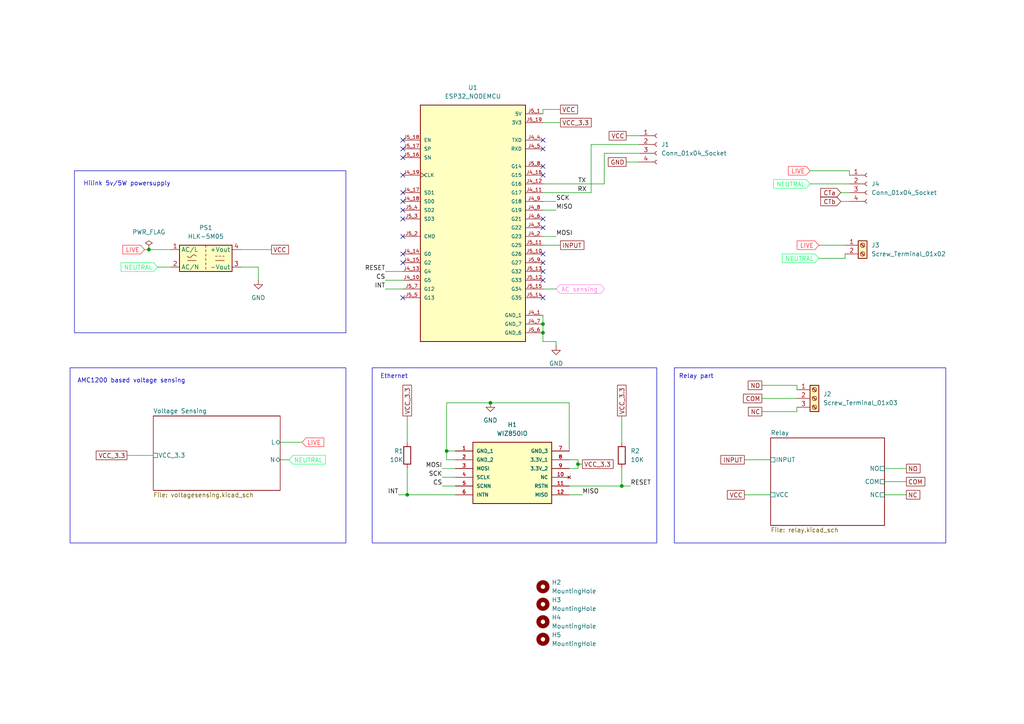
<source format=kicad_sch>
(kicad_sch (version 20250114) (generator "eeschema") (generator_version "9.0")
  (paper "A4")
  (title_block (title "${project_name}") (date "2025-08-04") (rev "1"))
  (lib_symbols
    (symbol "Connector:Conn_01x04_Socket" (pin_names (offset 1.016) (hide yes))
      (property "Reference" "J" (at 0 5.08 0))
      (property "Value" "Conn_01x04_Socket" (at 0 -7.62 0))
      (symbol "Conn_01x04_Socket_1_1"
        (polyline (pts (xy -1.27 2.54) (xy -0.508 2.54)) (stroke (width 0.1524)))
        (polyline (pts (xy -1.27 0) (xy -0.508 0)) (stroke (width 0.1524)))
        (polyline (pts (xy -1.27 -2.54) (xy -0.508 -2.54)) (stroke (width 0.1524)))
        (polyline (pts (xy -1.27 -5.08) (xy -0.508 -5.08)) (stroke (width 0.1524)))
        (arc (start 0 2.032) (mid -0.5058 2.54) (end 0 3.048) (stroke (width 0.1524)))
        (arc (start 0 -0.508) (mid -0.5058 0) (end 0 0.508) (stroke (width 0.1524)))
        (arc (start 0 -3.048) (mid -0.5058 -2.54) (end 0 -2.032) (stroke (width 0.1524)))
        (arc (start 0 -5.588) (mid -0.5058 -5.08) (end 0 -4.572) (stroke (width 0.1524)))
        (pin passive line (at -5.08 2.54 0) (length 3.81) (name "Pin_1") (number "1"))
        (pin passive line (at -5.08 0 0) (length 3.81) (name "Pin_2") (number "2"))
        (pin passive line (at -5.08 -2.54 0) (length 3.81) (name "Pin_3") (number "3"))
        (pin passive line (at -5.08 -5.08 0) (length 3.81) (name "Pin_4") (number "4"))
      )
    )
    (symbol "Connector:Screw_Terminal_01x02" (pin_names (offset 1.016) (hide yes))
      (property "Reference" "J" (at 0 2.54 0))
      (property "Value" "Screw_Terminal_01x02" (at 0 -5.08 0))
      (symbol "Screw_Terminal_01x02_1_1"
        (rectangle (start -1.27 1.27) (end 1.27 -3.81) (stroke (width 0.254)) (fill (type background)))
        (polyline (pts (xy -0.5334 0.3302) (xy 0.3302 -0.508)) (stroke (width 0.1524)))
        (polyline (pts (xy -0.5334 -2.2098) (xy 0.3302 -3.048)) (stroke (width 0.1524)))
        (polyline (pts (xy -0.3556 0.508) (xy 0.508 -0.3302)) (stroke (width 0.1524)))
        (polyline (pts (xy -0.3556 -2.032) (xy 0.508 -2.8702)) (stroke (width 0.1524)))
        (circle (center 0 0) (radius 0.635) (stroke (width 0.1524)))
        (circle (center 0 -2.54) (radius 0.635) (stroke (width 0.1524)))
        (pin passive line (at -5.08 0 0) (length 3.81) (name "Pin_1") (number "1"))
        (pin passive line (at -5.08 -2.54 0) (length 3.81) (name "Pin_2") (number "2"))
      )
    )
    (symbol "Connector:Screw_Terminal_01x03" (pin_names (offset 1.016) (hide yes))
      (property "Reference" "J" (at 0 5.08 0))
      (property "Value" "Screw_Terminal_01x03" (at 0 -5.08 0))
      (symbol "Screw_Terminal_01x03_1_1"
        (rectangle (start -1.27 3.81) (end 1.27 -3.81) (stroke (width 0.254)) (fill (type background)))
        (polyline (pts (xy -0.5334 2.8702) (xy 0.3302 2.032)) (stroke (width 0.1524)))
        (polyline (pts (xy -0.5334 0.3302) (xy 0.3302 -0.508)) (stroke (width 0.1524)))
        (polyline (pts (xy -0.5334 -2.2098) (xy 0.3302 -3.048)) (stroke (width 0.1524)))
        (polyline (pts (xy -0.3556 3.048) (xy 0.508 2.2098)) (stroke (width 0.1524)))
        (polyline (pts (xy -0.3556 0.508) (xy 0.508 -0.3302)) (stroke (width 0.1524)))
        (polyline (pts (xy -0.3556 -2.032) (xy 0.508 -2.8702)) (stroke (width 0.1524)))
        (circle (center 0 2.54) (radius 0.635) (stroke (width 0.1524)))
        (circle (center 0 0) (radius 0.635) (stroke (width 0.1524)))
        (circle (center 0 -2.54) (radius 0.635) (stroke (width 0.1524)))
        (pin passive line (at -5.08 2.54 0) (length 3.81) (name "Pin_1") (number "1"))
        (pin passive line (at -5.08 0 0) (length 3.81) (name "Pin_2") (number "2"))
        (pin passive line (at -5.08 -2.54 0) (length 3.81) (name "Pin_3") (number "3"))
      )
    )
    (symbol "Converter_ACDC:HLK-5M05"
      (property "Reference" "PS" (at 0 5.08 0))
      (property "Value" "HLK-5M05" (at 0 -5.08 0))
      (symbol "HLK-5M05_0_1"
        (rectangle (start -7.62 3.81) (end 7.62 -3.81) (stroke (width 0.254)) (fill (type background)))
        (polyline (pts (xy -5.334 -0.635) (xy -2.794 -0.635)))
        (arc (start -4.064 0.635) (mid -4.699 0.2495) (end -5.334 0.635))
        (arc (start -4.064 0.635) (mid -3.429 1.0072) (end -2.794 0.635))
        (polyline (pts (xy 0 3.81) (xy 0 3.175)))
        (polyline (pts (xy 0 2.54) (xy 0 1.905)))
        (polyline (pts (xy 0 1.27) (xy 0 0.635)))
        (polyline (pts (xy 0 0) (xy 0 -0.635)))
        (polyline (pts (xy 0 -1.27) (xy 0 -1.905)))
        (polyline (pts (xy 0 -2.54) (xy 0 -3.175)))
        (polyline (pts (xy 2.794 0.635) (xy 3.302 0.635)))
        (polyline (pts (xy 2.794 -0.635) (xy 5.334 -0.635)))
        (polyline (pts (xy 3.81 0.635) (xy 4.318 0.635)))
        (polyline (pts (xy 4.826 0.635) (xy 5.334 0.635)))
      )
      (symbol "HLK-5M05_1_1"
        (pin power_in line (at -10.16 2.54 0) (length 2.54) (name "AC/L") (number "1"))
        (pin power_in line (at -10.16 -2.54 0) (length 2.54) (name "AC/N") (number "2"))
        (pin power_out line (at 10.16 2.54 180) (length 2.54) (name "+Vout") (number "4"))
        (pin power_out line (at 10.16 -2.54 180) (length 2.54) (name "-Vout") (number "3"))
      )
    )
    (symbol "Device:R" (pin_numbers (hide yes)) (pin_names (offset 0))
      (property "Reference" "R" (at 2.032 0 90))
      (property "Value" "R" (at 0 0 90))
      (symbol "R_0_1"
        (rectangle (start -1.016 -2.54) (end 1.016 2.54) (stroke (width 0.254)))
      )
      (symbol "R_1_1"
        (pin passive line (at 0 3.81 270) (length 1.27) (name "~") (number "1"))
        (pin passive line (at 0 -3.81 90) (length 1.27) (name "~") (number "2"))
      )
    )
    (symbol "ESP32_NODEMCU:ESP32_NODEMCU" (pin_names (offset 1.016))
      (property "Reference" "U" (at -15.24 36.322 0))
      (property "Value" "ESP32_NODEMCU" (at -15.24 -35.56 0))
      (symbol "ESP32_NODEMCU_0_0"
        (rectangle (start -15.24 -33.02) (end 15.24 35.56) (stroke (width 0.254)) (fill (type background)))
        (pin input line (at -20.32 25.4 0) (length 5.08) (name "EN") (number "J5_18"))
        (pin input line (at -20.32 22.86 0) (length 5.08) (name "SP") (number "J5_17"))
        (pin input line (at -20.32 20.32 0) (length 5.08) (name "SN") (number "J5_16"))
        (pin input clock (at -20.32 15.24 0) (length 5.08) (name "CLK") (number "J4_19"))
        (pin bidirectional line (at -20.32 10.16 0) (length 5.08) (name "SD1") (number "J4_17"))
        (pin bidirectional line (at -20.32 7.62 0) (length 5.08) (name "SD0") (number "J4_18"))
        (pin bidirectional line (at -20.32 5.08 0) (length 5.08) (name "SD2") (number "J5_4"))
        (pin bidirectional line (at -20.32 2.54 0) (length 5.08) (name "SD3") (number "J5_3"))
        (pin bidirectional line (at -20.32 -2.54 0) (length 5.08) (name "CMD") (number "J5_2"))
        (pin bidirectional line (at -20.32 -7.62 0) (length 5.08) (name "G0") (number "J4_14"))
        (pin bidirectional line (at -20.32 -10.16 0) (length 5.08) (name "G2") (number "J4_15"))
        (pin bidirectional line (at -20.32 -12.7 0) (length 5.08) (name "G4") (number "J4_13"))
        (pin bidirectional line (at -20.32 -15.24 0) (length 5.08) (name "G5") (number "J4_10"))
        (pin bidirectional line (at -20.32 -17.78 0) (length 5.08) (name "G12") (number "J5_7"))
        (pin bidirectional line (at -20.32 -20.32 0) (length 5.08) (name "G13") (number "J5_5"))
        (pin power_in line (at 20.32 33.02 180) (length 5.08) (name "5V") (number "J5_1"))
        (pin power_out line (at 20.32 30.48 180) (length 5.08) (name "3V3") (number "J5_19"))
        (pin output line (at 20.32 25.4 180) (length 5.08) (name "TXD") (number "J4_4"))
        (pin input line (at 20.32 22.86 180) (length 5.08) (name "RXD") (number "J4_5"))
        (pin bidirectional line (at 20.32 17.78 180) (length 5.08) (name "G14") (number "J5_8"))
        (pin bidirectional line (at 20.32 15.24 180) (length 5.08) (name "G15") (number "J4_16"))
        (pin bidirectional line (at 20.32 12.7 180) (length 5.08) (name "G16") (number "J4_12"))
        (pin bidirectional line (at 20.32 10.16 180) (length 5.08) (name "G17") (number "J4_11"))
        (pin bidirectional line (at 20.32 7.62 180) (length 5.08) (name "G18") (number "J4_9"))
        (pin bidirectional line (at 20.32 5.08 180) (length 5.08) (name "G19") (number "J4_8"))
        (pin bidirectional line (at 20.32 2.54 180) (length 5.08) (name "G21") (number "J4_6"))
        (pin bidirectional line (at 20.32 0 180) (length 5.08) (name "G22") (number "J4_3"))
        (pin bidirectional line (at 20.32 -2.54 180) (length 5.08) (name "G23") (number "J4_2"))
        (pin bidirectional line (at 20.32 -5.08 180) (length 5.08) (name "G25") (number "J5_11"))
        (pin bidirectional line (at 20.32 -7.62 180) (length 5.08) (name "G26") (number "J5_10"))
        (pin bidirectional line (at 20.32 -10.16 180) (length 5.08) (name "G27") (number "J5_9"))
        (pin bidirectional line (at 20.32 -12.7 180) (length 5.08) (name "G32") (number "J5_13"))
        (pin bidirectional line (at 20.32 -15.24 180) (length 5.08) (name "G33") (number "J5_12"))
        (pin bidirectional line (at 20.32 -17.78 180) (length 5.08) (name "G34") (number "J5_15"))
        (pin bidirectional line (at 20.32 -20.32 180) (length 5.08) (name "G35") (number "J5_14"))
        (pin power_in line (at 20.32 -25.4 180) (length 5.08) (name "GND_1") (number "J4_1"))
        (pin power_in line (at 20.32 -27.94 180) (length 5.08) (name "GND_7") (number "J4_7"))
        (pin power_in line (at 20.32 -30.48 180) (length 5.08) (name "GND_6") (number "J5_6"))
      )
    )
    (symbol "Mechanical:MountingHole" (pin_names (offset 1.016)) (in_bom no)
      (property "Reference" "H" (at 0 5.08 0))
      (property "Value" "MountingHole" (at 0 3.175 0))
      (symbol "MountingHole_0_1"
        (circle (center 0 0) (radius 1.27) (stroke (width 1.27)))
      )
    )
    (symbol "WIZ850IO:WIZ850IO" (pin_names (offset 1.016))
      (property "Reference" "H" (at 29.21 7.62 0))
      (property "Value" "WIZ850IO" (at 29.21 5.08 0))
      (symbol "WIZ850IO_0_0"
        (rectangle (start 5.08 -15.24) (end 27.94 2.54) (stroke (width 0.254)) (fill (type background)))
        (pin power_in line (at 0 0 0) (length 5.08) (name "GND_1") (number "1"))
        (pin power_in line (at 0 -2.54 0) (length 5.08) (name "GND_2") (number "2"))
        (pin bidirectional line (at 0 -5.08 0) (length 5.08) (name "MOSI") (number "3"))
        (pin bidirectional line (at 0 -7.62 0) (length 5.08) (name "SCLK") (number "4"))
        (pin bidirectional line (at 0 -10.16 0) (length 5.08) (name "SCNN") (number "5"))
        (pin bidirectional line (at 0 -12.7 0) (length 5.08) (name "INTN") (number "6"))
        (pin power_in line (at 33.02 0 180) (length 5.08) (name "GND_3") (number "7"))
        (pin power_in line (at 33.02 -2.54 180) (length 5.08) (name "3.3V_1") (number "8"))
        (pin power_in line (at 33.02 -5.08 180) (length 5.08) (name "3.3V_2") (number "9"))
        (pin no_connect line (at 33.02 -7.62 180) (length 5.08) (name "NC") (number "10"))
        (pin bidirectional line (at 33.02 -10.16 180) (length 5.08) (name "RSTN") (number "11"))
        (pin bidirectional line (at 33.02 -12.7 180) (length 5.08) (name "MISO") (number "12"))
      )
    )
    (symbol "power:GND" (power) (pin_numbers (hide yes)) (pin_names (offset 0) (hide yes))
      (property "Value" "GND" (at 0 -3.81 0))
      (symbol "GND_0_1"
        (polyline (pts (xy 0 0) (xy 0 -1.27) (xy 1.27 -1.27) (xy 0 -2.54) (xy -1.27 -1.27) (xy 0 -1.27)))
      )
      (symbol "GND_1_1"
        (pin power_in line (at 0 0 270) (length 0) (name "~") (number "1"))
      )
    )
    (symbol "power:PWR_FLAG" (power) (pin_numbers (hide yes)) (pin_names (offset 0) (hide yes))
      (property "Value" "PWR_FLAG" (at 0 3.81 0))
      (symbol "PWR_FLAG_0_0"
        (pin power_out line (at 0 0 90) (length 0) (name "~") (number "1"))
      )
      (symbol "PWR_FLAG_0_1"
        (polyline (pts (xy 0 0) (xy 0 1.27) (xy -1.016 1.905) (xy 0 2.54) (xy 1.016 1.905) (xy 0 1.27)))
      )
    )
  )
  (rectangle (start 195.58 106.68) (end 274.32 157.48))
  (rectangle (start 21.59 49.53) (end 100.33 96.52))
  (rectangle (start 107.95 106.68) (end 190.5 157.48))
  (rectangle (start 20.32 106.68) (end 100.33 157.48))
  (text "Relay part\n" (at 201.93 109.22 0) (effects (font (size 1.27 1.27))))
  (text "AMC1200 based voltage sensing\n" (at 38.1 110.49 0) (effects (font (size 1.27 1.27))))
  (text "Hilink 5v/5W powersupply" (at 36.83 53.34 0) (effects (font (size 1.27 1.27))))
  (text "Ethernet\n" (at 114.3 109.22 0) (effects (font (size 1.27 1.27))))
  (junction (at 157.48 93.98))
  (junction (at 129.54 130.81))
  (junction (at 180.34 140.97))
  (junction (at 43.18 72.39))
  (junction (at 157.48 96.52))
  (junction (at 142.24 116.84))
  (junction (at 167.64 134.62))
  (junction (at 118.11 143.51))
  (no_connect (at 157.48 66.04))
  (no_connect (at 157.48 43.18))
  (no_connect (at 116.84 76.2))
  (no_connect (at 116.84 45.72))
  (no_connect (at 157.48 73.66))
  (no_connect (at 157.48 76.2))
  (no_connect (at 157.48 40.64))
  (no_connect (at 157.48 50.8))
  (no_connect (at 116.84 60.96))
  (no_connect (at 116.84 63.5))
  (no_connect (at 116.84 43.18))
  (no_connect (at 116.84 86.36))
  (no_connect (at 116.84 50.8))
  (no_connect (at 116.84 55.88))
  (no_connect (at 157.48 63.5))
  (no_connect (at 157.48 48.26))
  (no_connect (at 116.84 40.64))
  (no_connect (at 116.84 73.66))
  (no_connect (at 157.48 86.36))
  (no_connect (at 157.48 78.74))
  (no_connect (at 157.48 81.28))
  (no_connect (at 116.84 58.42))
  (no_connect (at 116.84 68.58))
  (wire (pts (xy 74.93 77.47) (xy 69.85 77.47)))
  (wire (pts (xy 165.1 130.81) (xy 165.1 116.84)))
  (wire (pts (xy 220.98 119.38) (xy 231.14 119.38)))
  (wire (pts (xy 167.64 133.35) (xy 167.64 134.62)))
  (wire (pts (xy 175.26 44.45) (xy 185.42 44.45)))
  (wire (pts (xy 168.91 134.62) (xy 167.64 134.62)))
  (wire (pts (xy 45.72 77.47) (xy 49.53 77.47)))
  (wire (pts (xy 128.27 135.89) (xy 132.08 135.89)))
  (wire (pts (xy 165.1 140.97) (xy 180.34 140.97)))
  (wire (pts (xy 129.54 116.84) (xy 129.54 130.81)))
  (wire (pts (xy 69.85 72.39) (xy 78.74 72.39)))
  (wire (pts (xy 245.11 74.93) (xy 245.11 73.66)))
  (wire (pts (xy 256.54 143.51) (xy 262.89 143.51)))
  (wire (pts (xy 220.98 111.76) (xy 231.14 111.76)))
  (wire (pts (xy 36.83 132.08) (xy 44.45 132.08)))
  (wire (pts (xy 157.48 83.82) (xy 161.29 83.82)))
  (wire (pts (xy 128.27 138.43) (xy 132.08 138.43)))
  (wire (pts (xy 167.64 135.89) (xy 165.1 135.89)))
  (wire (pts (xy 157.48 93.98) (xy 157.48 96.52)))
  (wire (pts (xy 243.84 55.88) (xy 246.38 55.88)))
  (wire (pts (xy 157.48 99.06) (xy 161.29 99.06)))
  (wire (pts (xy 157.48 31.75) (xy 162.56 31.75)))
  (wire (pts (xy 43.18 72.39) (xy 49.53 72.39)))
  (wire (pts (xy 157.48 96.52) (xy 157.48 99.06)))
  (wire (pts (xy 157.48 55.88) (xy 171.45 55.88)))
  (wire (pts (xy 111.76 81.28) (xy 116.84 81.28)))
  (wire (pts (xy 185.42 41.91) (xy 171.45 41.91)))
  (wire (pts (xy 118.11 143.51) (xy 132.08 143.51)))
  (wire (pts (xy 256.54 139.7) (xy 262.89 139.7)))
  (wire (pts (xy 215.9 143.51) (xy 223.52 143.51)))
  (wire (pts (xy 175.26 44.45) (xy 175.26 53.34)))
  (wire (pts (xy 237.49 71.12) (xy 245.11 71.12)))
  (wire (pts (xy 237.49 74.93) (xy 245.11 74.93)))
  (wire (pts (xy 118.11 120.65) (xy 118.11 128.27)))
  (wire (pts (xy 157.48 31.75) (xy 157.48 33.02)))
  (wire (pts (xy 167.64 134.62) (xy 167.64 135.89)))
  (wire (pts (xy 246.38 49.53) (xy 246.38 50.8)))
  (wire (pts (xy 81.28 133.35) (xy 83.82 133.35)))
  (wire (pts (xy 157.48 58.42) (xy 161.29 58.42)))
  (wire (pts (xy 234.95 53.34) (xy 246.38 53.34)))
  (wire (pts (xy 128.27 140.97) (xy 132.08 140.97)))
  (wire (pts (xy 180.34 135.89) (xy 180.34 140.97)))
  (wire (pts (xy 81.28 128.27) (xy 87.63 128.27)))
  (wire (pts (xy 157.48 53.34) (xy 175.26 53.34)))
  (wire (pts (xy 181.61 46.99) (xy 185.42 46.99)))
  (wire (pts (xy 180.34 120.65) (xy 180.34 128.27)))
  (wire (pts (xy 157.48 60.96) (xy 161.29 60.96)))
  (wire (pts (xy 161.29 99.06) (xy 161.29 100.33)))
  (wire (pts (xy 165.1 133.35) (xy 167.64 133.35)))
  (wire (pts (xy 132.08 130.81) (xy 129.54 130.81)))
  (wire (pts (xy 115.57 143.51) (xy 118.11 143.51)))
  (wire (pts (xy 181.61 39.37) (xy 185.42 39.37)))
  (wire (pts (xy 256.54 135.89) (xy 262.89 135.89)))
  (wire (pts (xy 129.54 116.84) (xy 142.24 116.84)))
  (wire (pts (xy 243.84 58.42) (xy 246.38 58.42)))
  (wire (pts (xy 234.95 49.53) (xy 246.38 49.53)))
  (wire (pts (xy 157.48 91.44) (xy 157.48 93.98)))
  (wire (pts (xy 231.14 119.38) (xy 231.14 118.11)))
  (wire (pts (xy 157.48 71.12) (xy 162.56 71.12)))
  (wire (pts (xy 118.11 135.89) (xy 118.11 143.51)))
  (wire (pts (xy 220.98 115.57) (xy 231.14 115.57)))
  (wire (pts (xy 215.9 133.35) (xy 223.52 133.35)))
  (wire (pts (xy 129.54 133.35) (xy 132.08 133.35)))
  (wire (pts (xy 168.91 143.51) (xy 165.1 143.51)))
  (wire (pts (xy 161.29 68.58) (xy 157.48 68.58)))
  (wire (pts (xy 111.76 78.74) (xy 116.84 78.74)))
  (wire (pts (xy 142.24 116.84) (xy 165.1 116.84)))
  (wire (pts (xy 157.48 35.56) (xy 162.56 35.56)))
  (wire (pts (xy 231.14 111.76) (xy 231.14 113.03)))
  (wire (pts (xy 180.34 140.97) (xy 182.88 140.97)))
  (wire (pts (xy 171.45 41.91) (xy 171.45 55.88)))
  (wire (pts (xy 129.54 130.81) (xy 129.54 133.35)))
  (wire (pts (xy 41.91 72.39) (xy 43.18 72.39)))
  (wire (pts (xy 74.93 77.47) (xy 74.93 81.28)))
  (wire (pts (xy 111.76 83.82) (xy 116.84 83.82)))
  (label "SCK" (at 161.29 58.42 0))
  (label "SCK" (at 128.27 138.43 180))
  (label "RESET" (at 111.76 78.74 180))
  (label "INT" (at 111.76 83.82 180))
  (label "MISO" (at 168.91 143.51 0))
  (label "RESET" (at 182.88 140.97 0))
  (label "TX" (at 167.64 53.34 0))
  (label "INT" (at 115.57 143.51 180))
  (label "MOSI" (at 128.27 135.89 180))
  (label "CS" (at 111.76 81.28 180))
  (label "MISO" (at 161.29 60.96 0))
  (label "RX" (at 170.18 55.88 180))
  (label "CS" (at 128.27 140.97 180))
  (label "MOSI" (at 161.29 68.58 0))
  (global_label "CTb" (shape input) (at 243.84 58.42 180) (property "Intersheetrefs" "${INTERSHEET_REFS}" (effects (hide yes))))
  (global_label "INPUT" (shape passive) (at 162.56 71.12 0) (property "Intersheetrefs" "${INTERSHEET_REFS}" (effects (hide yes))))
  (global_label "NO" (shape passive) (at 220.98 111.76 180) (property "Intersheetrefs" "${INTERSHEET_REFS}" (effects (hide yes))))
  (global_label "NEUTRAL" (shape input) (at 45.72 77.47 180) (property "Intersheetrefs" "${INTERSHEET_REFS}" (effects (hide yes))))
  (global_label "GND" (shape passive) (at 181.61 46.99 180) (property "Intersheetrefs" "${INTERSHEET_REFS}" (effects (hide yes))))
  (global_label "VCC_3.3" (shape passive) (at 118.11 120.65 90) (property "Intersheetrefs" "${INTERSHEET_REFS}" (effects (hide yes))))
  (global_label "LIVE" (shape input) (at 87.63 128.27 0) (property "Intersheetrefs" "${INTERSHEET_REFS}" (effects (hide yes))))
  (global_label "INPUT" (shape passive) (at 215.9 133.35 180) (property "Intersheetrefs" "${INTERSHEET_REFS}" (effects (hide yes))))
  (global_label "AC sensing" (shape bidirectional) (at 161.29 83.82 0) (property "Intersheetrefs" "${INTERSHEET_REFS}" (effects (hide yes))))
  (global_label "LIVE" (shape input) (at 237.49 71.12 180) (property "Intersheetrefs" "${INTERSHEET_REFS}" (effects (hide yes))))
  (global_label "VCC_3.3" (shape passive) (at 180.34 120.65 90) (property "Intersheetrefs" "${INTERSHEET_REFS}" (effects (hide yes))))
  (global_label "VCC_3.3" (shape passive) (at 36.83 132.08 180) (property "Intersheetrefs" "${INTERSHEET_REFS}" (effects (hide yes))))
  (global_label "CTa" (shape input) (at 243.84 55.88 180) (property "Intersheetrefs" "${INTERSHEET_REFS}" (effects (hide yes))))
  (global_label "NEUTRAL" (shape input) (at 237.49 74.93 180) (property "Intersheetrefs" "${INTERSHEET_REFS}" (effects (hide yes))))
  (global_label "VCC_3.3" (shape passive) (at 168.91 134.62 0) (property "Intersheetrefs" "${INTERSHEET_REFS}" (effects (hide yes))))
  (global_label "VCC" (shape passive) (at 162.56 31.75 0) (property "Intersheetrefs" "${INTERSHEET_REFS}" (effects (hide yes))))
  (global_label "LIVE" (shape input) (at 41.91 72.39 180) (property "Intersheetrefs" "${INTERSHEET_REFS}" (effects (hide yes))))
  (global_label "NO" (shape passive) (at 262.89 135.89 0) (property "Intersheetrefs" "${INTERSHEET_REFS}" (effects (hide yes))))
  (global_label "VCC" (shape passive) (at 78.74 72.39 0) (property "Intersheetrefs" "${INTERSHEET_REFS}" (effects (hide yes))))
  (global_label "COM" (shape passive) (at 220.98 115.57 180) (property "Intersheetrefs" "${INTERSHEET_REFS}" (effects (hide yes))))
  (global_label "VCC" (shape passive) (at 181.61 39.37 180) (property "Intersheetrefs" "${INTERSHEET_REFS}" (effects (hide yes))))
  (global_label "NEUTRAL" (shape input) (at 83.82 133.35 0) (property "Intersheetrefs" "${INTERSHEET_REFS}" (effects (hide yes))))
  (global_label "VCC" (shape passive) (at 215.9 143.51 180) (property "Intersheetrefs" "${INTERSHEET_REFS}" (effects (hide yes))))
  (global_label "NEUTRAL" (shape input) (at 234.95 53.34 180) (property "Intersheetrefs" "${INTERSHEET_REFS}" (effects (hide yes))))
  (global_label "NC" (shape passive) (at 262.89 143.51 0) (property "Intersheetrefs" "${INTERSHEET_REFS}" (effects (hide yes))))
  (global_label "LIVE" (shape input) (at 234.95 49.53 180) (property "Intersheetrefs" "${INTERSHEET_REFS}" (effects (hide yes))))
  (global_label "VCC_3.3" (shape passive) (at 162.56 35.56 0) (property "Intersheetrefs" "${INTERSHEET_REFS}" (effects (hide yes))))
  (global_label "COM" (shape passive) (at 262.89 139.7 0) (property "Intersheetrefs" "${INTERSHEET_REFS}" (effects (hide yes))))
  (global_label "NC" (shape passive) (at 220.98 119.38 180) (property "Intersheetrefs" "${INTERSHEET_REFS}" (effects (hide yes))))
  (symbol (lib_id "Device:R") (at 180.34 132.08 0) (unit 1)
    (property "Reference" "R2" (at 182.88 130.81 0) (effects (justify left)))
    (property "Value" "10K" (at 182.88 133.3499 0) (effects (justify left)))
    (property "Description" "Resistor" (effects (hide yes)))
  )
  (symbol (lib_id "Connector:Screw_Terminal_01x03") (at 236.22 115.57 0) (unit 1)
    (property "Reference" "J2" (at 238.76 114.2999 0) (effects (justify left)))
    (property "Value" "Screw_Terminal_01x03" (at 238.76 116.8399 0) (effects (justify left)))
    (property "Description" "Generic screw terminal, single row, 01x03, script generated (kicad-library-utils/schlib/autogen/connector/)" (effects (hide yes)))
  )
  (symbol (lib_id "ESP32_NODEMCU:ESP32_NODEMCU") (at 137.16 66.04 0) (unit 1)
    (property "Reference" "U1" (at 137.16 25.4 0))
    (property "Value" "ESP32_NODEMCU" (at 137.16 27.94 0))
    (property "Footprint" "ESP32_NODEMCU:MODULE_ESP32_NODEMCU" (effects (hide yes)))
    (property "MF" "AZ Delivery" (effects (hide yes)))
    (property "MAXIMUM_PACKAGE_HEIGHT" "6.6 mm" (effects (hide yes)))
    (property "Package" "Package" (effects (hide yes)))
    (property "Price" "None" (effects (hide yes)))
    (property "Check_prices" "https://www.snapeda.com/parts/ESP32%20NODEMCU/AZ+Displays/view-part/?ref=eda" (effects (hide yes)))
    (property "STANDARD" "Manufacturer Recommendations" (effects (hide yes)))
    (property "SnapEDA_Link" "https://www.snapeda.com/parts/ESP32%20NODEMCU/AZ+Displays/view-part/?ref=snap" (effects (hide yes)))
    (property "MP" "ESP32 NODEMCU" (effects (hide yes)))
    (property "Description_1" "NodeMCU is an open source loT platform. ESP32 is a series of low cost, low power\nsystem-on-chip (SoC) microcontrollers with integrated Wi-Fi and dual-mode Bluetooth." (effects (hide yes)))
    (property "Availability" "Not in stock" (effects (hide yes)))
    (property "MANUFACTURER" "AZ Delivery" (effects (hide yes)))
  )
  (symbol (lib_id "Mechanical:MountingHole") (at 157.48 185.42 0) (unit 1) (in_bom no)
    (property "Reference" "H5" (at 160.02 184.1499 0) (effects (justify left)))
    (property "Value" "MountingHole" (at 160.02 186.6899 0) (effects (justify left)))
    (property "Description" "Mounting Hole without connection" (effects (hide yes)))
  )
  (symbol (lib_id "WIZ850IO:WIZ850IO") (at 132.08 130.81 0) (unit 1)
    (property "Reference" "H1" (at 148.59 123.19 0))
    (property "Value" "WIZ850IO" (at 148.59 125.73 0))
    (property "Footprint" "WIZ850IO:WIZ850IO" (effects (hide yes)))
    (property "Description" "WIZ820io network module that uses SPI and includes a W5500 and RJ45 jack with integrated transformer" (effects (hide yes)))
    (property "MANUFACTURER_NAME" "Wiznet Technology" (effects (hide yes)))
    (property "MF" "WIZnet" (effects (hide yes)))
    (property "Price" "None" (effects (hide yes)))
    (property "Package" "Module WIZnet" (effects (hide yes)))
    (property "Check_prices" "https://www.snapeda.com/parts/WIZ850IO/WIZnet/view-part/?ref=eda" (effects (hide yes)))
    (property "HEIGHT" "17mm" (effects (hide yes)))
    (property "MP" "WIZ850IO" (effects (hide yes)))
    (property "SnapEDA_Link" "https://www.snapeda.com/parts/WIZ850IO/WIZnet/view-part/?ref=snap" (effects (hide yes)))
    (property "ARROW_PRICE-STOCK" "https://www.arrow.com/en/products/wiz850io/wiznet" (effects (hide yes)))
    (property "ARROW_PART_NUMBER" "WIZ850IO" (effects (hide yes)))
    (property "Description_1" "Ethernet - 10/100 Base-T/TX PHY SPI Interface Module" (effects (hide yes)))
    (property "Availability" "In Stock" (effects (hide yes)))
    (property "MANUFACTURER_PART_NUMBER" "WIZ850IO" (effects (hide yes)))
  )
  (symbol (lib_id "power:GND") (at 161.29 100.33 0) (unit 1)
    (property "Reference" "#PWR03" (effects (hide yes)))
    (property "Value" "GND" (at 161.29 105.41 0))
    (property "Description" "Power symbol creates a global label with name \"GND\" , ground" (effects (hide yes)))
  )
  (symbol (lib_id "Converter_ACDC:HLK-5M05") (at 59.69 74.93 0) (unit 1)
    (property "Reference" "PS1" (at 59.69 66.04 0))
    (property "Value" "HLK-5M05" (at 59.69 68.58 0))
    (property "Footprint" "Converter_ACDC:Converter_ACDC_Hi-Link_HLK-5Mxx" (effects (hide yes)))
    (property "Datasheet" "http://h.hlktech.com/download/ACDC%E7%94%B5%E6%BA%90%E6%A8%A1%E5%9D%975W%E7%B3%BB%E5%88%97/1/%E6%B5%B7%E5%87%8C%E7%A7%915W%E7%B3%BB%E5%88%97%E7%94%B5%E6%BA%90%E6%A8%A1%E5%9D%97%E8%A7%84%E6%A0%BC%E4%B9%A6V2.8.pdf" (effects (hide yes)))
    (property "Description" "Compact AC/DC board mount power module 5W, 5V 1A" (effects (hide yes)))
  )
  (symbol (lib_id "power:GND") (at 142.24 116.84 0) (unit 1)
    (property "Reference" "#PWR02" (effects (hide yes)))
    (property "Value" "GND" (at 142.24 121.92 0))
    (property "Description" "Power symbol creates a global label with name \"GND\" , ground" (effects (hide yes)))
  )
  (symbol (lib_id "Mechanical:MountingHole") (at 157.48 175.26 0) (unit 1) (in_bom no)
    (property "Reference" "H3" (at 160.02 173.9899 0) (effects (justify left)))
    (property "Value" "MountingHole" (at 160.02 176.5299 0) (effects (justify left)))
    (property "Description" "Mounting Hole without connection" (effects (hide yes)))
  )
  (symbol (lib_id "Mechanical:MountingHole") (at 157.48 170.18 0) (unit 1) (in_bom no)
    (property "Reference" "H2" (at 160.02 168.9099 0) (effects (justify left)))
    (property "Value" "MountingHole" (at 160.02 171.4499 0) (effects (justify left)))
    (property "Description" "Mounting Hole without connection" (effects (hide yes)))
  )
  (symbol (lib_id "Connector:Conn_01x04_Socket") (at 251.46 53.34 0) (unit 1)
    (property "Reference" "J4" (at 252.73 53.3399 0) (effects (justify left)))
    (property "Value" "Conn_01x04_Socket" (at 252.73 55.8799 0) (effects (justify left)))
    (property "Description" "Generic connector, single row, 01x04, script generated" (effects (hide yes)))
  )
  (symbol (lib_id "Connector:Screw_Terminal_01x02") (at 250.19 71.12 0) (unit 1)
    (property "Reference" "J3" (at 252.73 71.1199 0) (effects (justify left)))
    (property "Value" "Screw_Terminal_01x02" (at 252.73 73.6599 0) (effects (justify left)))
    (property "Description" "Generic screw terminal, single row, 01x02, script generated (kicad-library-utils/schlib/autogen/connector/)" (effects (hide yes)))
  )
  (symbol (lib_id "power:PWR_FLAG") (at 43.18 72.39 0) (unit 1)
    (property "Reference" "#FLG01" (effects (hide yes)))
    (property "Value" "PWR_FLAG" (at 43.18 67.31 0))
    (property "Description" "Special symbol for telling ERC where power comes from" (effects (hide yes)))
  )
  (symbol (lib_id "power:GND") (at 74.93 81.28 0) (unit 1)
    (property "Reference" "#PWR01" (effects (hide yes)))
    (property "Value" "GND" (at 74.93 86.36 0))
    (property "Description" "Power symbol creates a global label with name \"GND\" , ground" (effects (hide yes)))
  )
  (symbol (lib_id "Device:R") (at 118.11 132.08 0) (unit 1)
    (property "Reference" "R1" (at 114.3 130.81 0) (effects (justify left)))
    (property "Value" "10K" (at 113.03 133.35 0) (effects (justify left)))
    (property "Description" "Resistor" (effects (hide yes)))
  )
  (symbol (lib_id "Connector:Conn_01x04_Socket") (at 190.5 41.91 0) (unit 1)
    (property "Reference" "J1" (at 191.77 41.9099 0) (effects (justify left)))
    (property "Value" "Conn_01x04_Socket" (at 191.77 44.4499 0) (effects (justify left)))
    (property "Description" "Generic connector, single row, 01x04, script generated" (effects (hide yes)))
  )
  (symbol (lib_id "Mechanical:MountingHole") (at 157.48 180.34 0) (unit 1) (in_bom no)
    (property "Reference" "H4" (at 160.02 179.0699 0) (effects (justify left)))
    (property "Value" "MountingHole" (at 160.02 181.6099 0) (effects (justify left)))
    (property "Description" "Mounting Hole without connection" (effects (hide yes)))
  )
  (sheet (at 44.45 120.65) (size 36.83 21.59) (stroke (width 0.1524))
    (property "Sheetname" "Voltage Sensing" (at 44.45 119.9384 0) (effects (justify left bottom)))
    (property "Sheetfile" "voltagesensing.kicad_sch" (at 44.45 142.8246 0) (effects (justify left top)))
    (pin "N" bidirectional (at 81.28 133.35 0))
    (pin "L" bidirectional (at 81.28 128.27 0))
    (pin "VCC_3.3" passive (at 44.45 132.08 180))
  )
  (sheet (at 223.52 127) (size 33.02 25.4) (stroke (width 0.1524))
    (property "Sheetname" "Relay" (at 223.52 126.2884 0) (effects (justify left bottom)))
    (property "Sheetfile" "relay.kicad_sch" (at 223.52 152.9846 0) (effects (justify left top)))
    (pin "INPUT" passive (at 223.52 133.35 180))
    (pin "VCC" passive (at 223.52 143.51 180))
    (pin "NO" passive (at 256.54 135.89 0))
    (pin "NC" passive (at 256.54 143.51 0))
    (pin "COM" passive (at 256.54 139.7 0))
  )
)
</source>
